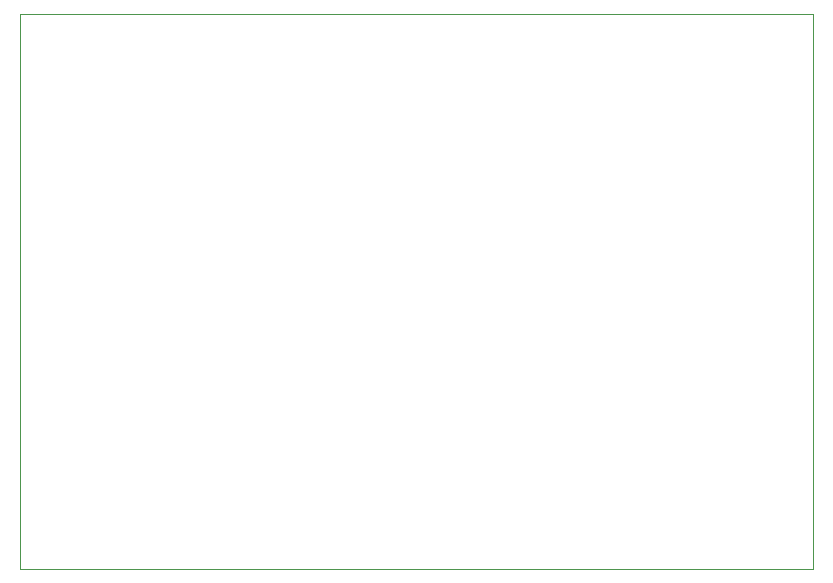
<source format=gbr>
%TF.GenerationSoftware,KiCad,Pcbnew,8.0.3-8.0.3-0~ubuntu24.04.1*%
%TF.CreationDate,2024-07-18T18:47:25-04:00*%
%TF.ProjectId,Power_Supply_Breakout,506f7765-725f-4537-9570-706c795f4272,rev?*%
%TF.SameCoordinates,Original*%
%TF.FileFunction,Profile,NP*%
%FSLAX46Y46*%
G04 Gerber Fmt 4.6, Leading zero omitted, Abs format (unit mm)*
G04 Created by KiCad (PCBNEW 8.0.3-8.0.3-0~ubuntu24.04.1) date 2024-07-18 18:47:25*
%MOMM*%
%LPD*%
G01*
G04 APERTURE LIST*
%TA.AperFunction,Profile*%
%ADD10C,0.050000*%
%TD*%
G04 APERTURE END LIST*
D10*
X54650000Y-54350000D02*
X121750000Y-54350000D01*
X121750000Y-101350000D01*
X54650000Y-101350000D01*
X54650000Y-54350000D01*
M02*

</source>
